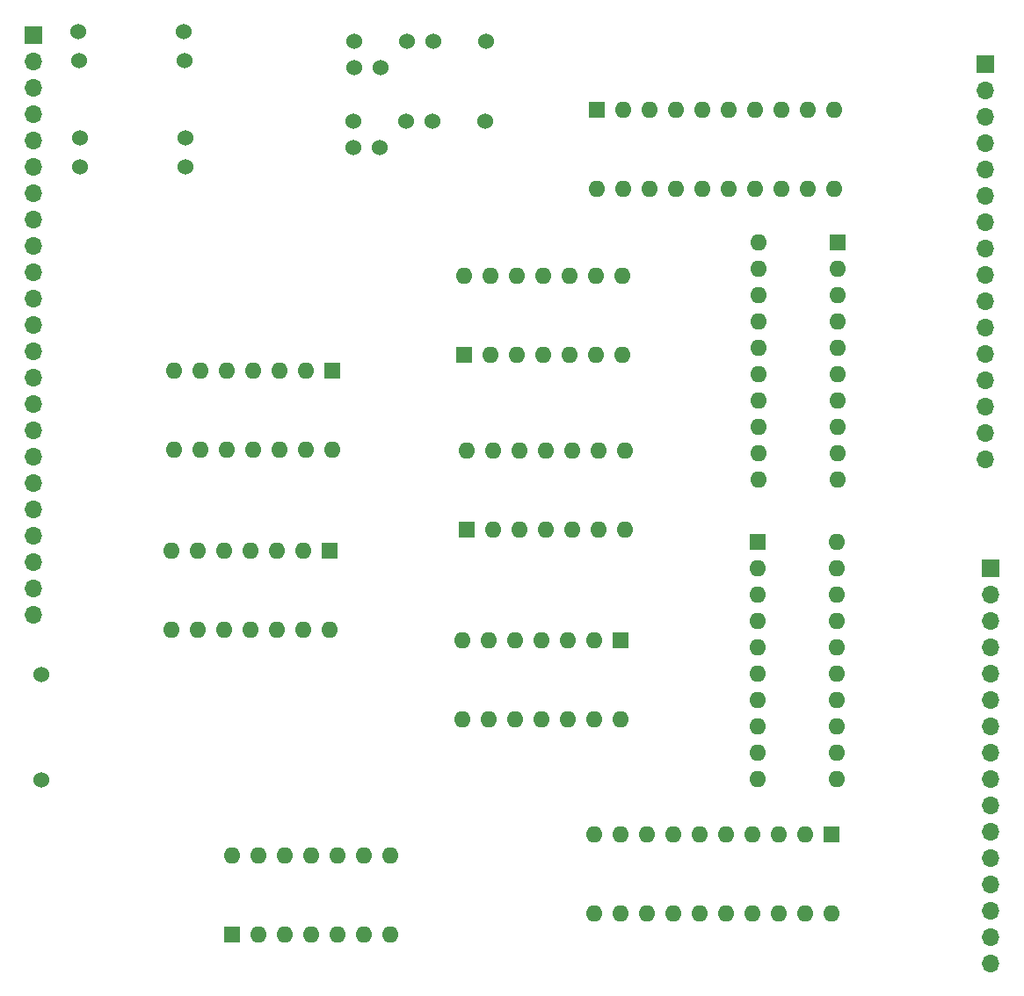
<source format=gbr>
%TF.GenerationSoftware,KiCad,Pcbnew,8.0.2-1*%
%TF.CreationDate,2024-08-05T09:17:51-04:00*%
%TF.ProjectId,io_controller,696f5f63-6f6e-4747-926f-6c6c65722e6b,rev?*%
%TF.SameCoordinates,Original*%
%TF.FileFunction,Soldermask,Bot*%
%TF.FilePolarity,Negative*%
%FSLAX46Y46*%
G04 Gerber Fmt 4.6, Leading zero omitted, Abs format (unit mm)*
G04 Created by KiCad (PCBNEW 8.0.2-1) date 2024-08-05 09:17:51*
%MOMM*%
%LPD*%
G01*
G04 APERTURE LIST*
%ADD10R,1.600000X1.600000*%
%ADD11O,1.600000X1.600000*%
%ADD12C,1.524000*%
%ADD13R,1.700000X1.700000*%
%ADD14O,1.700000X1.700000*%
G04 APERTURE END LIST*
D10*
%TO.C,U16*%
X120040000Y-82130000D03*
D11*
X117500000Y-82130000D03*
X114960000Y-82130000D03*
X112420000Y-82130000D03*
X109880000Y-82130000D03*
X107340000Y-82130000D03*
X104800000Y-82130000D03*
X104800000Y-89750000D03*
X107340000Y-89750000D03*
X109880000Y-89750000D03*
X112420000Y-89750000D03*
X114960000Y-89750000D03*
X117500000Y-89750000D03*
X120040000Y-89750000D03*
%TD*%
D12*
%TO.C,U15*%
X94363000Y-32105000D03*
X99443000Y-32105000D03*
X94363000Y-34645000D03*
X96903000Y-34645000D03*
X101983000Y-32105000D03*
X107063000Y-32105000D03*
%TD*%
%TO.C,U14*%
X94400000Y-24380000D03*
X99480000Y-24380000D03*
X94400000Y-26920000D03*
X96940000Y-26920000D03*
X102020000Y-24380000D03*
X107100000Y-24380000D03*
%TD*%
D10*
%TO.C,U13*%
X105010000Y-54620000D03*
D11*
X107550000Y-54620000D03*
X110090000Y-54620000D03*
X112630000Y-54620000D03*
X115170000Y-54620000D03*
X117710000Y-54620000D03*
X120250000Y-54620000D03*
X120250000Y-47000000D03*
X117710000Y-47000000D03*
X115170000Y-47000000D03*
X112630000Y-47000000D03*
X110090000Y-47000000D03*
X107550000Y-47000000D03*
X105010000Y-47000000D03*
%TD*%
D10*
%TO.C,U12*%
X92290000Y-56130000D03*
D11*
X89750000Y-56130000D03*
X87210000Y-56130000D03*
X84670000Y-56130000D03*
X82130000Y-56130000D03*
X79590000Y-56130000D03*
X77050000Y-56130000D03*
X77050000Y-63750000D03*
X79590000Y-63750000D03*
X82130000Y-63750000D03*
X84670000Y-63750000D03*
X87210000Y-63750000D03*
X89750000Y-63750000D03*
X92290000Y-63750000D03*
%TD*%
D10*
%TO.C,U11*%
X92040000Y-73500000D03*
D11*
X89500000Y-73500000D03*
X86960000Y-73500000D03*
X84420000Y-73500000D03*
X81880000Y-73500000D03*
X79340000Y-73500000D03*
X76800000Y-73500000D03*
X76800000Y-81120000D03*
X79340000Y-81120000D03*
X81880000Y-81120000D03*
X84420000Y-81120000D03*
X86960000Y-81120000D03*
X89500000Y-81120000D03*
X92040000Y-81120000D03*
%TD*%
D10*
%TO.C,U10*%
X105260000Y-71500000D03*
D11*
X107800000Y-71500000D03*
X110340000Y-71500000D03*
X112880000Y-71500000D03*
X115420000Y-71500000D03*
X117960000Y-71500000D03*
X120500000Y-71500000D03*
X120500000Y-63880000D03*
X117960000Y-63880000D03*
X115420000Y-63880000D03*
X112880000Y-63880000D03*
X110340000Y-63880000D03*
X107800000Y-63880000D03*
X105260000Y-63880000D03*
%TD*%
D10*
%TO.C,U9*%
X82625000Y-110550000D03*
D11*
X85165000Y-110550000D03*
X87705000Y-110550000D03*
X90245000Y-110550000D03*
X92785000Y-110550000D03*
X95325000Y-110550000D03*
X97865000Y-110550000D03*
X97865000Y-102930000D03*
X95325000Y-102930000D03*
X92785000Y-102930000D03*
X90245000Y-102930000D03*
X87705000Y-102930000D03*
X85165000Y-102930000D03*
X82625000Y-102930000D03*
%TD*%
D13*
%TO.C,U7*%
X155180000Y-26590000D03*
D14*
X155180000Y-29130000D03*
X155180000Y-31670000D03*
X155180000Y-34210000D03*
X155180000Y-36750000D03*
X155180000Y-39290000D03*
X155180000Y-41830000D03*
X155180000Y-44370000D03*
X155180000Y-46910000D03*
X155180000Y-49450000D03*
X155180000Y-51990000D03*
X155180000Y-54530000D03*
X155180000Y-57070000D03*
X155180000Y-59610000D03*
X155180000Y-62150000D03*
X155180000Y-64690000D03*
%TD*%
D10*
%TO.C,U6*%
X141000000Y-43825000D03*
D11*
X141000000Y-46365000D03*
X141000000Y-48905000D03*
X141000000Y-51445000D03*
X141000000Y-53985000D03*
X141000000Y-56525000D03*
X141000000Y-59065000D03*
X141000000Y-61605000D03*
X141000000Y-64145000D03*
X141000000Y-66685000D03*
X133380000Y-66685000D03*
X133380000Y-64145000D03*
X133380000Y-61605000D03*
X133380000Y-59065000D03*
X133380000Y-56525000D03*
X133380000Y-53985000D03*
X133380000Y-51445000D03*
X133380000Y-48905000D03*
X133380000Y-46365000D03*
X133380000Y-43825000D03*
%TD*%
D10*
%TO.C,U5*%
X133250000Y-72670000D03*
D11*
X133250000Y-75210000D03*
X133250000Y-77750000D03*
X133250000Y-80290000D03*
X133250000Y-82830000D03*
X133250000Y-85370000D03*
X133250000Y-87910000D03*
X133250000Y-90450000D03*
X133250000Y-92990000D03*
X133250000Y-95530000D03*
X140870000Y-95530000D03*
X140870000Y-92990000D03*
X140870000Y-90450000D03*
X140870000Y-87910000D03*
X140870000Y-85370000D03*
X140870000Y-82830000D03*
X140870000Y-80290000D03*
X140870000Y-77750000D03*
X140870000Y-75210000D03*
X140870000Y-72670000D03*
%TD*%
D13*
%TO.C,U4*%
X155750000Y-75210000D03*
D14*
X155750000Y-77750000D03*
X155750000Y-80290000D03*
X155750000Y-82830000D03*
X155750000Y-85370000D03*
X155750000Y-87910000D03*
X155750000Y-90450000D03*
X155750000Y-92990000D03*
X155750000Y-95530000D03*
X155750000Y-98070000D03*
X155750000Y-100610000D03*
X155750000Y-103150000D03*
X155750000Y-105690000D03*
X155750000Y-108230000D03*
X155750000Y-110770000D03*
X155750000Y-113310000D03*
%TD*%
D10*
%TO.C,U3*%
X140370000Y-100880000D03*
D11*
X137830000Y-100880000D03*
X135290000Y-100880000D03*
X132750000Y-100880000D03*
X130210000Y-100880000D03*
X127670000Y-100880000D03*
X125130000Y-100880000D03*
X122590000Y-100880000D03*
X120050000Y-100880000D03*
X117510000Y-100880000D03*
X117510000Y-108500000D03*
X120050000Y-108500000D03*
X122590000Y-108500000D03*
X125130000Y-108500000D03*
X127670000Y-108500000D03*
X130210000Y-108500000D03*
X132750000Y-108500000D03*
X135290000Y-108500000D03*
X137830000Y-108500000D03*
X140370000Y-108500000D03*
%TD*%
D10*
%TO.C,U2*%
X117800000Y-31000000D03*
D11*
X120340000Y-31000000D03*
X122880000Y-31000000D03*
X125420000Y-31000000D03*
X127960000Y-31000000D03*
X130500000Y-31000000D03*
X133040000Y-31000000D03*
X135580000Y-31000000D03*
X138120000Y-31000000D03*
X140660000Y-31000000D03*
X140660000Y-38620000D03*
X138120000Y-38620000D03*
X135580000Y-38620000D03*
X133040000Y-38620000D03*
X130500000Y-38620000D03*
X127960000Y-38620000D03*
X125420000Y-38620000D03*
X122880000Y-38620000D03*
X120340000Y-38620000D03*
X117800000Y-38620000D03*
%TD*%
D13*
%TO.C,U1*%
X63500000Y-23780000D03*
D14*
X63500000Y-26320000D03*
X63500000Y-28860000D03*
X63500000Y-31400000D03*
X63500000Y-33940000D03*
X63500000Y-36480000D03*
X63500000Y-39020000D03*
X63500000Y-41560000D03*
X63500000Y-44100000D03*
X63500000Y-46640000D03*
X63500000Y-49180000D03*
X63500000Y-51720000D03*
X63500000Y-54260000D03*
X63500000Y-56800000D03*
X63500000Y-59340000D03*
X63500000Y-61880000D03*
X63500000Y-64420000D03*
X63500000Y-66960000D03*
X63500000Y-69500000D03*
X63500000Y-72040000D03*
X63500000Y-74580000D03*
X63500000Y-77120000D03*
X63500000Y-79660000D03*
%TD*%
D12*
%TO.C,R5*%
X68000000Y-36500000D03*
X78160000Y-36500000D03*
%TD*%
%TO.C,R4*%
X68000000Y-33750000D03*
X78160000Y-33750000D03*
%TD*%
%TO.C,R3*%
X67920000Y-26250000D03*
X78080000Y-26250000D03*
%TD*%
%TO.C,R2*%
X67840000Y-23500000D03*
X78000000Y-23500000D03*
%TD*%
%TO.C,R1*%
X64250000Y-85420000D03*
X64250000Y-95580000D03*
%TD*%
M02*

</source>
